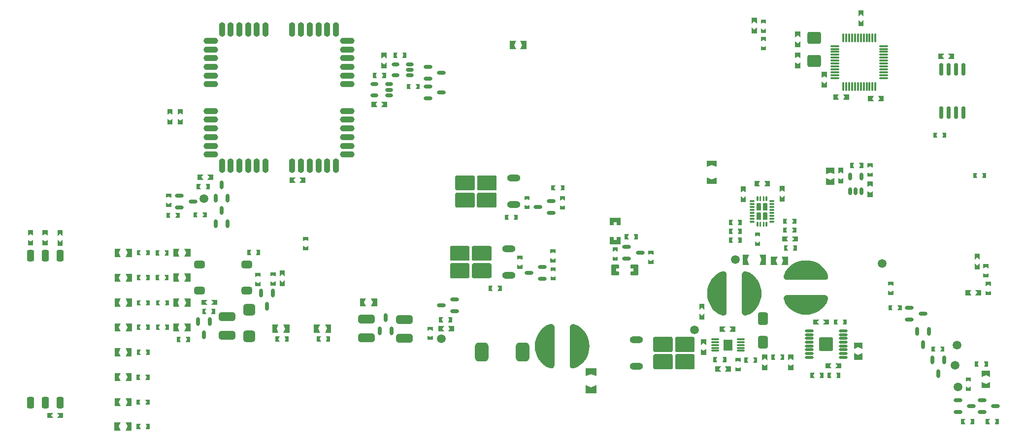
<source format=gtp>
G04*
G04 #@! TF.GenerationSoftware,Altium Limited,Altium Designer,18.1.9 (240)*
G04*
G04 Layer_Color=8421504*
%FSLAX24Y24*%
%MOIN*%
G70*
G01*
G75*
G04:AMPARAMS|DCode=24|XSize=96.5mil|YSize=90.6mil|CornerRadius=9.1mil|HoleSize=0mil|Usage=FLASHONLY|Rotation=0.000|XOffset=0mil|YOffset=0mil|HoleType=Round|Shape=RoundedRectangle|*
%AMROUNDEDRECTD24*
21,1,0.0965,0.0724,0,0,0.0*
21,1,0.0783,0.0906,0,0,0.0*
1,1,0.0181,0.0392,-0.0362*
1,1,0.0181,-0.0392,-0.0362*
1,1,0.0181,-0.0392,0.0362*
1,1,0.0181,0.0392,0.0362*
%
%ADD24ROUNDEDRECTD24*%
%ADD25O,0.0591X0.0281*%
%ADD26O,0.0906X0.0454*%
G04:AMPARAMS|DCode=27|XSize=70.9mil|YSize=51.2mil|CornerRadius=12.8mil|HoleSize=0mil|Usage=FLASHONLY|Rotation=0.000|XOffset=0mil|YOffset=0mil|HoleType=Round|Shape=RoundedRectangle|*
%AMROUNDEDRECTD27*
21,1,0.0709,0.0256,0,0,0.0*
21,1,0.0453,0.0512,0,0,0.0*
1,1,0.0256,0.0226,-0.0128*
1,1,0.0256,-0.0226,-0.0128*
1,1,0.0256,-0.0226,0.0128*
1,1,0.0256,0.0226,0.0128*
%
%ADD27ROUNDEDRECTD27*%
%ADD28C,0.0591*%
G04:AMPARAMS|DCode=29|XSize=128mil|YSize=90.6mil|CornerRadius=22.6mil|HoleSize=0mil|Usage=FLASHONLY|Rotation=90.000|XOffset=0mil|YOffset=0mil|HoleType=Round|Shape=RoundedRectangle|*
%AMROUNDEDRECTD29*
21,1,0.1280,0.0453,0,0,90.0*
21,1,0.0827,0.0906,0,0,90.0*
1,1,0.0453,0.0226,0.0413*
1,1,0.0453,0.0226,-0.0413*
1,1,0.0453,-0.0226,-0.0413*
1,1,0.0453,-0.0226,0.0413*
%
%ADD29ROUNDEDRECTD29*%
%ADD30O,0.0433X0.0984*%
%ADD31O,0.0984X0.0433*%
%ADD32O,0.0236X0.0531*%
%ADD33O,0.0118X0.0630*%
%ADD34O,0.0630X0.0118*%
%ADD35O,0.0295X0.0850*%
G04:AMPARAMS|DCode=36|XSize=90.6mil|YSize=82.7mil|CornerRadius=12.4mil|HoleSize=0mil|Usage=FLASHONLY|Rotation=0.000|XOffset=0mil|YOffset=0mil|HoleType=Round|Shape=RoundedRectangle|*
%AMROUNDEDRECTD36*
21,1,0.0906,0.0579,0,0,0.0*
21,1,0.0657,0.0827,0,0,0.0*
1,1,0.0248,0.0329,-0.0289*
1,1,0.0248,-0.0329,-0.0289*
1,1,0.0248,-0.0329,0.0289*
1,1,0.0248,0.0329,0.0289*
%
%ADD36ROUNDEDRECTD36*%
%ADD37O,0.0591X0.0177*%
%ADD38O,0.0281X0.0591*%
%ADD39O,0.0335X0.0118*%
%ADD40O,0.0118X0.0335*%
%ADD41O,0.0531X0.0236*%
G04:AMPARAMS|DCode=42|XSize=82.7mil|YSize=78.7mil|CornerRadius=19.7mil|HoleSize=0mil|Usage=FLASHONLY|Rotation=180.000|XOffset=0mil|YOffset=0mil|HoleType=Round|Shape=RoundedRectangle|*
%AMROUNDEDRECTD42*
21,1,0.0827,0.0394,0,0,180.0*
21,1,0.0433,0.0787,0,0,180.0*
1,1,0.0394,-0.0217,0.0197*
1,1,0.0394,0.0217,0.0197*
1,1,0.0394,0.0217,-0.0197*
1,1,0.0394,-0.0217,-0.0197*
%
%ADD42ROUNDEDRECTD42*%
G04:AMPARAMS|DCode=43|XSize=110.2mil|YSize=59.1mil|CornerRadius=14.8mil|HoleSize=0mil|Usage=FLASHONLY|Rotation=180.000|XOffset=0mil|YOffset=0mil|HoleType=Round|Shape=RoundedRectangle|*
%AMROUNDEDRECTD43*
21,1,0.1102,0.0295,0,0,180.0*
21,1,0.0807,0.0591,0,0,180.0*
1,1,0.0295,-0.0404,0.0148*
1,1,0.0295,0.0404,0.0148*
1,1,0.0295,0.0404,-0.0148*
1,1,0.0295,-0.0404,-0.0148*
%
%ADD43ROUNDEDRECTD43*%
G04:AMPARAMS|DCode=44|XSize=86.6mil|YSize=68.9mil|CornerRadius=17.2mil|HoleSize=0mil|Usage=FLASHONLY|Rotation=90.000|XOffset=0mil|YOffset=0mil|HoleType=Round|Shape=RoundedRectangle|*
%AMROUNDEDRECTD44*
21,1,0.0866,0.0344,0,0,90.0*
21,1,0.0522,0.0689,0,0,90.0*
1,1,0.0344,0.0172,0.0261*
1,1,0.0344,0.0172,-0.0261*
1,1,0.0344,-0.0172,-0.0261*
1,1,0.0344,-0.0172,0.0261*
%
%ADD44ROUNDEDRECTD44*%
%ADD45R,0.0610X0.0728*%
%ADD46O,0.0571X0.0118*%
G04:AMPARAMS|DCode=47|XSize=78.7mil|YSize=47.2mil|CornerRadius=11.8mil|HoleSize=0mil|Usage=FLASHONLY|Rotation=270.000|XOffset=0mil|YOffset=0mil|HoleType=Round|Shape=RoundedRectangle|*
%AMROUNDEDRECTD47*
21,1,0.0787,0.0236,0,0,270.0*
21,1,0.0551,0.0472,0,0,270.0*
1,1,0.0236,-0.0118,-0.0276*
1,1,0.0236,-0.0118,0.0276*
1,1,0.0236,0.0118,0.0276*
1,1,0.0236,0.0118,-0.0276*
%
%ADD47ROUNDEDRECTD47*%
G36*
X39026Y26053D02*
X38573D01*
X38701Y26339D01*
X38573Y26624D01*
X39026D01*
Y26053D01*
D02*
G37*
G36*
X38189Y26339D02*
X38317Y26053D01*
X37864D01*
Y26624D01*
X38317D01*
X38189Y26339D01*
D02*
G37*
G36*
X30886Y25472D02*
X30610D01*
X30689Y25650D01*
X30610Y25827D01*
X30886D01*
Y25472D01*
D02*
G37*
G36*
X30197Y25650D02*
X30276Y25472D01*
X30000D01*
Y25827D01*
X30276D01*
X30197Y25650D01*
D02*
G37*
G36*
X29547Y25433D02*
X29370Y25551D01*
X29193Y25433D01*
Y25827D01*
X29547D01*
Y25433D01*
D02*
G37*
G36*
Y24764D02*
X29193D01*
Y25157D01*
X29370Y25039D01*
X29547Y25157D01*
Y24764D01*
D02*
G37*
G36*
X29498Y24104D02*
X29222D01*
X29301Y24281D01*
X29222Y24459D01*
X29498D01*
Y24104D01*
D02*
G37*
G36*
X28809Y24281D02*
X28888Y24104D01*
X28612D01*
Y24459D01*
X28888D01*
X28809Y24281D01*
D02*
G37*
G36*
X31791Y23356D02*
X31516D01*
X31594Y23533D01*
X31516Y23711D01*
X31791D01*
Y23356D01*
D02*
G37*
G36*
X31103Y23533D02*
X31181Y23356D01*
X30906D01*
Y23711D01*
X31181D01*
X31103Y23533D01*
D02*
G37*
G36*
X29587Y22136D02*
X29193D01*
X29311Y22313D01*
X29193Y22490D01*
X29587D01*
Y22136D01*
D02*
G37*
G36*
X28799Y22313D02*
X28917Y22136D01*
X28524D01*
Y22490D01*
X28917D01*
X28799Y22313D01*
D02*
G37*
G36*
X15758Y21614D02*
X15581Y21732D01*
X15404Y21614D01*
Y22008D01*
X15758D01*
Y21614D01*
D02*
G37*
G36*
X15059D02*
X14882Y21732D01*
X14705Y21614D01*
Y22008D01*
X15059D01*
Y21614D01*
D02*
G37*
G36*
X15758Y20945D02*
X15404D01*
Y21339D01*
X15581Y21220D01*
X15758Y21339D01*
Y20945D01*
D02*
G37*
G36*
X15059D02*
X14705D01*
Y21339D01*
X14882Y21220D01*
X15059Y21339D01*
Y20945D01*
D02*
G37*
G36*
X36932Y17493D02*
X36962Y17462D01*
X36979Y17422D01*
X36979Y17401D01*
X36979Y17401D01*
X36979Y16604D01*
X36978Y16582D01*
X36961Y16542D01*
X36930Y16511D01*
X36889Y16495D01*
X36868Y16496D01*
X36868Y16496D01*
X35767Y16496D01*
X35746Y16496D01*
X35706Y16513D01*
X35675Y16545D01*
X35659Y16585D01*
X35660Y16607D01*
X35660Y17401D01*
Y17412D01*
X35664Y17432D01*
X35672Y17452D01*
X35684Y17469D01*
X35691Y17476D01*
X35691Y17476D01*
X35699Y17484D01*
X35717Y17497D01*
X35738Y17505D01*
X35760Y17509D01*
X35771Y17509D01*
X35771Y17509D01*
X36870Y17509D01*
X36892Y17509D01*
X36932Y17493D01*
D02*
G37*
G36*
X17805Y17205D02*
X17411D01*
X17530Y17382D01*
X17411Y17559D01*
X17805D01*
Y17205D01*
D02*
G37*
G36*
X17018Y17382D02*
X17136Y17205D01*
X16742D01*
Y17559D01*
X17136D01*
X17018Y17382D01*
D02*
G37*
G36*
X24035Y17008D02*
X23642D01*
X23760Y17185D01*
X23642Y17362D01*
X24035D01*
Y17008D01*
D02*
G37*
G36*
X23248Y17185D02*
X23366Y17008D01*
X22972D01*
Y17362D01*
X23366D01*
X23248Y17185D01*
D02*
G37*
G36*
X17579Y16565D02*
X17303D01*
X17382Y16742D01*
X17303Y16919D01*
X17579D01*
Y16565D01*
D02*
G37*
G36*
X16890Y16742D02*
X16968Y16565D01*
X16693D01*
Y16919D01*
X16968D01*
X16890Y16742D01*
D02*
G37*
G36*
X34294Y17509D02*
X35395D01*
X35417Y17509D01*
X35457Y17492D01*
X35487Y17460D01*
X35503Y17420D01*
X35502Y17398D01*
X35502Y17398D01*
X35502Y16604D01*
Y16593D01*
X35498Y16573D01*
X35490Y16553D01*
X35479Y16536D01*
X35471Y16528D01*
X35471Y16528D01*
X35463Y16521D01*
X35445Y16508D01*
X35424Y16500D01*
X35403Y16495D01*
X35391Y16495D01*
X35391Y16495D01*
X34292Y16495D01*
X34271Y16495D01*
X34231Y16512D01*
X34200Y16542D01*
X34183Y16582D01*
X34183Y16604D01*
X34183Y16604D01*
X34183Y17401D01*
X34184Y17423D01*
X34201Y17463D01*
X34232Y17493D01*
X34273Y17509D01*
X34294Y17509D01*
D02*
G37*
G36*
X41575Y16486D02*
X41299D01*
X41378Y16663D01*
X41299Y16840D01*
X41575D01*
Y16486D01*
D02*
G37*
G36*
X40886Y16663D02*
X40965Y16486D01*
X40689D01*
Y16840D01*
X40965D01*
X40886Y16663D01*
D02*
G37*
G36*
X14970Y15984D02*
X14793Y16063D01*
X14616Y15984D01*
Y16260D01*
X14970D01*
Y15984D01*
D02*
G37*
G36*
X39222Y15827D02*
X39045Y15905D01*
X38868Y15827D01*
Y16102D01*
X39222D01*
Y15827D01*
D02*
G37*
G36*
X41614Y15807D02*
X41437Y15886D01*
X41260Y15807D01*
Y16083D01*
X41614D01*
Y15807D01*
D02*
G37*
G36*
X14970Y15374D02*
X14616D01*
Y15650D01*
X14793Y15571D01*
X14970Y15650D01*
Y15374D01*
D02*
G37*
G36*
X39222Y15217D02*
X38868D01*
Y15492D01*
X39045Y15413D01*
X39222Y15492D01*
Y15217D01*
D02*
G37*
G36*
X41614Y15197D02*
X41260D01*
Y15473D01*
X41437Y15394D01*
X41614Y15473D01*
Y15197D01*
D02*
G37*
G36*
X35771Y16339D02*
X36871D01*
X36893Y16338D01*
X36933Y16321D01*
X36963Y16290D01*
X36979Y16249D01*
X36978Y16228D01*
X36978Y16228D01*
X36978Y15433D01*
Y15423D01*
X36974Y15402D01*
X36966Y15383D01*
X36955Y15365D01*
X36947Y15358D01*
X36947Y15358D01*
X36939Y15350D01*
X36921Y15338D01*
X36900Y15329D01*
X36879Y15325D01*
X36867Y15325D01*
X36867Y15325D01*
X35768Y15325D01*
X35747Y15325D01*
X35707Y15341D01*
X35676Y15372D01*
X35659Y15412D01*
X35659Y15433D01*
X35659Y15433D01*
X35659Y16231D01*
X35660Y16252D01*
X35677Y16292D01*
X35708Y16323D01*
X35749Y16339D01*
X35771Y16339D01*
D02*
G37*
G36*
X34294D02*
X35395D01*
X35417Y16338D01*
X35457Y16321D01*
X35487Y16290D01*
X35503Y16249D01*
X35502Y16228D01*
X35502Y16228D01*
X35502Y15433D01*
Y15423D01*
X35498Y15402D01*
X35490Y15383D01*
X35479Y15365D01*
X35471Y15358D01*
X35471Y15358D01*
X35463Y15350D01*
X35445Y15338D01*
X35424Y15329D01*
X35403Y15325D01*
X35391Y15325D01*
X35391Y15325D01*
X34292Y15325D01*
X34271Y15325D01*
X34231Y15341D01*
X34200Y15372D01*
X34183Y15412D01*
X34183Y15433D01*
X34183Y15433D01*
X34183Y16231D01*
X34184Y16252D01*
X34201Y16292D01*
X34232Y16323D01*
X34273Y16339D01*
X34294Y16339D01*
D02*
G37*
G36*
X17362Y14646D02*
X17086D01*
X17165Y14823D01*
X17086Y15000D01*
X17362D01*
Y14646D01*
D02*
G37*
G36*
X16673Y14823D02*
X16752Y14646D01*
X16476D01*
Y15000D01*
X16752D01*
X16673Y14823D01*
D02*
G37*
G36*
X15532Y14616D02*
X15256D01*
X15335Y14793D01*
X15256Y14970D01*
X15532D01*
Y14616D01*
D02*
G37*
G36*
X14843Y14793D02*
X14921Y14616D01*
X14646D01*
Y14970D01*
X14921D01*
X14843Y14793D01*
D02*
G37*
G36*
X38415Y14488D02*
X38140D01*
X38219Y14665D01*
X38140Y14843D01*
X38415D01*
Y14488D01*
D02*
G37*
G36*
X37727Y14665D02*
X37805Y14488D01*
X37530D01*
Y14843D01*
X37805D01*
X37727Y14665D01*
D02*
G37*
G36*
X6613Y13415D02*
X6436Y13533D01*
X6259Y13415D01*
Y13809D01*
X6613D01*
Y13415D01*
D02*
G37*
G36*
X5619D02*
X5442Y13533D01*
X5265Y13415D01*
Y13809D01*
X5619D01*
Y13415D01*
D02*
G37*
G36*
X7617Y13396D02*
X7440Y13514D01*
X7263Y13396D01*
Y13789D01*
X7617D01*
Y13396D01*
D02*
G37*
G36*
X24242Y13051D02*
X24065Y13130D01*
X23888Y13051D01*
Y13327D01*
X24242D01*
Y13051D01*
D02*
G37*
G36*
X6613Y12746D02*
X6259D01*
Y13140D01*
X6436Y13022D01*
X6613Y13140D01*
Y12746D01*
D02*
G37*
G36*
X5619D02*
X5265D01*
Y13140D01*
X5442Y13022D01*
X5619Y13140D01*
Y12746D01*
D02*
G37*
G36*
X7617Y12726D02*
X7263D01*
Y13120D01*
X7440Y13002D01*
X7617Y13120D01*
Y12726D01*
D02*
G37*
G36*
X36587Y12709D02*
X36618Y12679D01*
X36634Y12639D01*
X36634Y12617D01*
X36634Y12617D01*
X36634Y11820D01*
X36634Y11798D01*
X36617Y11758D01*
X36585Y11728D01*
X36545Y11712D01*
X36523Y11712D01*
X36523Y11712D01*
X35423Y11712D01*
X35401Y11713D01*
X35361Y11730D01*
X35331Y11761D01*
X35315Y11802D01*
X35315Y11823D01*
X35315Y12618D01*
Y12628D01*
X35319Y12649D01*
X35327Y12668D01*
X35339Y12686D01*
X35346Y12693D01*
X35346Y12693D01*
X35354Y12701D01*
X35373Y12713D01*
X35393Y12722D01*
X35415Y12726D01*
X35426Y12726D01*
X35426Y12726D01*
X36526Y12726D01*
X36547Y12726D01*
X36587Y12709D01*
D02*
G37*
G36*
X24242Y12441D02*
X23888D01*
Y12717D01*
X24065Y12638D01*
X24242Y12717D01*
Y12441D01*
D02*
G37*
G36*
X40974Y12214D02*
X40797Y12293D01*
X40620Y12214D01*
Y12490D01*
X40974D01*
Y12214D01*
D02*
G37*
G36*
X20984Y12106D02*
X20708D01*
X20787Y12283D01*
X20708Y12461D01*
X20984D01*
Y12106D01*
D02*
G37*
G36*
X20295Y12283D02*
X20374Y12106D01*
X20098D01*
Y12461D01*
X20374D01*
X20295Y12283D01*
D02*
G37*
G36*
X13514Y12080D02*
X13238D01*
X13317Y12257D01*
X13238Y12435D01*
X13514D01*
Y12080D01*
D02*
G37*
G36*
X12825Y12257D02*
X12904Y12080D01*
X12628D01*
Y12435D01*
X12904D01*
X12825Y12257D01*
D02*
G37*
G36*
X14793Y12070D02*
X14518D01*
X14596Y12248D01*
X14518Y12425D01*
X14793D01*
Y12070D01*
D02*
G37*
G36*
X14105Y12248D02*
X14183Y12070D01*
X13908D01*
Y12425D01*
X14183D01*
X14105Y12248D01*
D02*
G37*
G36*
X16270Y11978D02*
X15856D01*
X15984Y12254D01*
X15856Y12529D01*
X16270D01*
Y11978D01*
D02*
G37*
G36*
X15394Y12254D02*
X15522Y11978D01*
X15108D01*
Y12529D01*
X15522D01*
X15394Y12254D01*
D02*
G37*
G36*
X12295Y11972D02*
X11882D01*
X12009Y12248D01*
X11882Y12523D01*
X12295D01*
Y11972D01*
D02*
G37*
G36*
X11419Y12248D02*
X11547Y11972D01*
X11133D01*
Y12523D01*
X11547D01*
X11419Y12248D01*
D02*
G37*
G36*
X40974Y11604D02*
X40620D01*
Y11880D01*
X40797Y11801D01*
X40974Y11880D01*
Y11604D01*
D02*
G37*
G36*
X38735Y11781D02*
X38558Y11860D01*
X38381Y11781D01*
Y12057D01*
X38735D01*
Y11781D01*
D02*
G37*
G36*
X33950Y12726D02*
X35050D01*
X35072Y12725D01*
X35112Y12708D01*
X35142Y12677D01*
X35158Y12636D01*
X35158Y12615D01*
X35158Y12615D01*
X35158Y11820D01*
Y11810D01*
X35154Y11789D01*
X35146Y11770D01*
X35134Y11752D01*
X35127Y11745D01*
X35127Y11745D01*
X35119Y11737D01*
X35100Y11725D01*
X35080Y11716D01*
X35058Y11712D01*
X35047Y11712D01*
X35047Y11712D01*
X33948Y11712D01*
X33926Y11712D01*
X33886Y11728D01*
X33856Y11759D01*
X33839Y11799D01*
X33839Y11821D01*
X33839Y11821D01*
X33839Y12618D01*
X33839Y12640D01*
X33857Y12680D01*
X33888Y12710D01*
X33928Y12726D01*
X33950Y12726D01*
D02*
G37*
G36*
X38735Y11171D02*
X38381D01*
Y11447D01*
X38558Y11368D01*
X38735Y11447D01*
Y11171D01*
D02*
G37*
G36*
X40984Y10994D02*
X40807Y11073D01*
X40630Y10994D01*
Y11270D01*
X40984D01*
Y10994D01*
D02*
G37*
G36*
X22649Y10669D02*
X22472Y10787D01*
X22294Y10669D01*
Y11063D01*
X22649D01*
Y10669D01*
D02*
G37*
G36*
X22029Y10650D02*
X21851Y10728D01*
X21674Y10650D01*
Y10925D01*
X22029D01*
Y10650D01*
D02*
G37*
G36*
X21014Y10620D02*
X20837Y10699D01*
X20659Y10620D01*
Y10896D01*
X21014D01*
Y10620D01*
D02*
G37*
G36*
X40984Y10384D02*
X40630D01*
Y10660D01*
X40807Y10581D01*
X40984Y10660D01*
Y10384D01*
D02*
G37*
G36*
X35426Y11555D02*
X36526D01*
X36548Y11555D01*
X36588Y11537D01*
X36618Y11506D01*
X36634Y11466D01*
X36634Y11444D01*
X36634Y11444D01*
X36634Y10649D01*
Y10639D01*
X36630Y10619D01*
X36622Y10599D01*
X36610Y10582D01*
X36603Y10574D01*
X36603Y10574D01*
X36595Y10567D01*
X36576Y10554D01*
X36556Y10546D01*
X36534Y10541D01*
X36523Y10541D01*
X36523Y10541D01*
X35424Y10541D01*
X35402Y10541D01*
X35362Y10558D01*
X35332Y10588D01*
X35315Y10628D01*
X35315Y10650D01*
X35315Y10650D01*
X35315Y11447D01*
X35315Y11469D01*
X35333Y11509D01*
X35364Y11539D01*
X35404Y11555D01*
X35426Y11555D01*
D02*
G37*
G36*
X33950D02*
X35050D01*
X35072Y11555D01*
X35112Y11537D01*
X35142Y11506D01*
X35158Y11466D01*
X35158Y11444D01*
X35158Y11444D01*
X35158Y10649D01*
Y10639D01*
X35154Y10619D01*
X35146Y10599D01*
X35134Y10582D01*
X35127Y10574D01*
X35127Y10574D01*
X35119Y10567D01*
X35100Y10554D01*
X35080Y10546D01*
X35058Y10541D01*
X35047Y10541D01*
X35047Y10541D01*
X33948Y10541D01*
X33926Y10541D01*
X33886Y10558D01*
X33856Y10588D01*
X33839Y10628D01*
X33839Y10650D01*
X33839Y10650D01*
X33839Y11447D01*
X33839Y11469D01*
X33857Y11509D01*
X33888Y11539D01*
X33928Y11555D01*
X33950Y11555D01*
D02*
G37*
G36*
X14793Y10395D02*
X14518D01*
X14596Y10572D01*
X14518Y10749D01*
X14793D01*
Y10395D01*
D02*
G37*
G36*
X14105Y10572D02*
X14183Y10395D01*
X13908D01*
Y10749D01*
X14183D01*
X14105Y10572D01*
D02*
G37*
G36*
X13514Y10395D02*
X13238D01*
X13317Y10572D01*
X13238Y10749D01*
X13514D01*
Y10395D01*
D02*
G37*
G36*
X12825Y10572D02*
X12904Y10395D01*
X12628D01*
Y10749D01*
X12904D01*
X12825Y10572D01*
D02*
G37*
G36*
X16270Y10295D02*
X15856D01*
X15984Y10571D01*
X15856Y10846D01*
X16270D01*
Y10295D01*
D02*
G37*
G36*
X15394Y10571D02*
X15522Y10295D01*
X15108D01*
Y10846D01*
X15522D01*
X15394Y10571D01*
D02*
G37*
G36*
X12295Y10287D02*
X11882D01*
X12009Y10562D01*
X11882Y10838D01*
X12295D01*
Y10287D01*
D02*
G37*
G36*
X11419Y10562D02*
X11547Y10287D01*
X11133D01*
Y10838D01*
X11547D01*
X11419Y10562D01*
D02*
G37*
G36*
X22649Y10000D02*
X22294D01*
Y10394D01*
X22472Y10276D01*
X22649Y10394D01*
Y10000D01*
D02*
G37*
G36*
X22029Y10040D02*
X21674D01*
Y10315D01*
X21851Y10236D01*
X22029Y10315D01*
Y10040D01*
D02*
G37*
G36*
X21014Y10010D02*
X20659D01*
Y10286D01*
X20837Y10207D01*
X21014Y10286D01*
Y10010D01*
D02*
G37*
G36*
X37332Y9675D02*
X37057D01*
X37136Y9852D01*
X37057Y10030D01*
X37332D01*
Y9675D01*
D02*
G37*
G36*
X36644Y9852D02*
X36722Y9675D01*
X36447D01*
Y10030D01*
X36722D01*
X36644Y9852D01*
D02*
G37*
G36*
X18071Y8720D02*
X17677D01*
X17795Y8898D01*
X17677Y9075D01*
X18071D01*
Y8720D01*
D02*
G37*
G36*
X17283Y8898D02*
X17402Y8720D01*
X17008D01*
Y9075D01*
X17402D01*
X17283Y8898D01*
D02*
G37*
G36*
X14813Y8690D02*
X14537D01*
X14616Y8867D01*
X14537Y9044D01*
X14813D01*
Y8690D01*
D02*
G37*
G36*
X14124Y8867D02*
X14203Y8690D01*
X13927D01*
Y9044D01*
X14203D01*
X14124Y8867D01*
D02*
G37*
G36*
X13514Y8690D02*
X13238D01*
X13317Y8867D01*
X13238Y9044D01*
X13514D01*
Y8690D01*
D02*
G37*
G36*
X12825Y8867D02*
X12904Y8690D01*
X12628D01*
Y9044D01*
X12904D01*
X12825Y8867D01*
D02*
G37*
G36*
X28894Y8612D02*
X28481D01*
X28609Y8888D01*
X28481Y9163D01*
X28894D01*
Y8612D01*
D02*
G37*
G36*
X28019Y8888D02*
X28146Y8612D01*
X27733D01*
Y9163D01*
X28146D01*
X28019Y8888D01*
D02*
G37*
G36*
X16270Y8602D02*
X15856D01*
X15984Y8877D01*
X15856Y9153D01*
X16270D01*
Y8602D01*
D02*
G37*
G36*
X15394Y8877D02*
X15522Y8602D01*
X15108D01*
Y9153D01*
X15522D01*
X15394Y8877D01*
D02*
G37*
G36*
X12294Y8601D02*
X11881D01*
X12009Y8877D01*
X11881Y9152D01*
X12294D01*
Y8601D01*
D02*
G37*
G36*
X11418Y8877D02*
X11546Y8601D01*
X11133D01*
Y9152D01*
X11546D01*
X11418Y8877D01*
D02*
G37*
G36*
X17947Y8110D02*
X17672D01*
X17750Y8287D01*
X17672Y8465D01*
X17947D01*
Y8110D01*
D02*
G37*
G36*
X17258Y8287D02*
X17337Y8110D01*
X17062D01*
Y8465D01*
X17337D01*
X17258Y8287D01*
D02*
G37*
G36*
X33972Y7539D02*
X33696D01*
X33775Y7717D01*
X33696Y7894D01*
X33972D01*
Y7539D01*
D02*
G37*
G36*
X33283Y7717D02*
X33362Y7539D01*
X33086D01*
Y7894D01*
X33362D01*
X33283Y7717D01*
D02*
G37*
G36*
X14813Y7024D02*
X14537D01*
X14616Y7202D01*
X14537Y7379D01*
X14813D01*
Y7024D01*
D02*
G37*
G36*
X14124Y7202D02*
X14203Y7024D01*
X13927D01*
Y7379D01*
X14203D01*
X14124Y7202D01*
D02*
G37*
G36*
X13514Y7024D02*
X13238D01*
X13317Y7202D01*
X13238Y7379D01*
X13514D01*
Y7024D01*
D02*
G37*
G36*
X12825Y7202D02*
X12904Y7024D01*
X12628D01*
Y7379D01*
X12904D01*
X12825Y7202D01*
D02*
G37*
G36*
X32662Y6968D02*
X32485Y7047D01*
X32308Y6968D01*
Y7244D01*
X32662D01*
Y6968D01*
D02*
G37*
G36*
X34099Y6929D02*
X33706D01*
X33824Y7106D01*
X33706Y7283D01*
X34099D01*
Y6929D01*
D02*
G37*
G36*
X33312Y7106D02*
X33430Y6929D01*
X33036D01*
Y7283D01*
X33430D01*
X33312Y7106D01*
D02*
G37*
G36*
X16270Y6916D02*
X15856D01*
X15984Y7192D01*
X15856Y7467D01*
X16270D01*
Y6916D01*
D02*
G37*
G36*
X15394Y7192D02*
X15522Y6916D01*
X15108D01*
Y7467D01*
X15522D01*
X15394Y7192D01*
D02*
G37*
G36*
X12294Y6916D02*
X11881D01*
X12009Y7192D01*
X11881Y7467D01*
X12294D01*
Y6916D01*
D02*
G37*
G36*
X11418Y7192D02*
X11546Y6916D01*
X11133D01*
Y7467D01*
X11546D01*
X11418Y7192D01*
D02*
G37*
G36*
X25787Y6841D02*
X25374D01*
X25502Y7116D01*
X25374Y7392D01*
X25787D01*
Y6841D01*
D02*
G37*
G36*
X24911Y7116D02*
X25039Y6841D01*
X24626D01*
Y7392D01*
X25039D01*
X24911Y7116D01*
D02*
G37*
G36*
X22972Y6831D02*
X22559D01*
X22687Y7106D01*
X22559Y7382D01*
X22972D01*
Y6831D01*
D02*
G37*
G36*
X22096Y7106D02*
X22224Y6831D01*
X21811D01*
Y7382D01*
X22224D01*
X22096Y7106D01*
D02*
G37*
G36*
X32662Y6358D02*
X32308D01*
Y6634D01*
X32485Y6555D01*
X32662Y6634D01*
Y6358D01*
D02*
G37*
G36*
X25709Y6240D02*
X25433D01*
X25512Y6417D01*
X25433Y6594D01*
X25709D01*
Y6240D01*
D02*
G37*
G36*
X25020Y6417D02*
X25099Y6240D01*
X24823D01*
Y6594D01*
X25099D01*
X25020Y6417D01*
D02*
G37*
G36*
X22904Y6230D02*
X22628D01*
X22707Y6407D01*
X22628Y6585D01*
X22904D01*
Y6230D01*
D02*
G37*
G36*
X22215Y6407D02*
X22294Y6230D01*
X22018D01*
Y6585D01*
X22294D01*
X22215Y6407D01*
D02*
G37*
G36*
X16230Y6211D02*
X15954D01*
X16033Y6388D01*
X15954Y6565D01*
X16230D01*
Y6211D01*
D02*
G37*
G36*
X15541Y6388D02*
X15620Y6211D01*
X15344D01*
Y6565D01*
X15620D01*
X15541Y6388D01*
D02*
G37*
G36*
X13514Y5329D02*
X13238D01*
X13317Y5506D01*
X13238Y5683D01*
X13514D01*
Y5329D01*
D02*
G37*
G36*
X12825Y5506D02*
X12904Y5329D01*
X12628D01*
Y5683D01*
X12904D01*
X12825Y5506D01*
D02*
G37*
G36*
X12293Y5231D02*
X11880D01*
X12008Y5506D01*
X11880Y5782D01*
X12293D01*
Y5231D01*
D02*
G37*
G36*
X11417Y5506D02*
X11545Y5231D01*
X11132D01*
Y5782D01*
X11545D01*
X11417Y5506D01*
D02*
G37*
G36*
X40783Y7410D02*
X40842Y7366D01*
X40881Y7304D01*
X40895Y7232D01*
Y4626D01*
X40881Y4552D01*
X40840Y4488D01*
X40780Y4443D01*
X40706Y4424D01*
X40631Y4433D01*
X40502Y4473D01*
X40351Y4534D01*
X40211Y4617D01*
X40086Y4721D01*
X40082Y4725D01*
X39933Y4891D01*
X39807Y5075D01*
X39707Y5274D01*
X39634Y5485D01*
X39590Y5703D01*
X39575Y5925D01*
X39590Y6148D01*
X39634Y6366D01*
X39707Y6576D01*
X39807Y6775D01*
X39933Y6959D01*
X40082Y7125D01*
X40084Y7127D01*
X40211Y7233D01*
X40352Y7317D01*
X40505Y7378D01*
X40639Y7420D01*
X40712Y7429D01*
X40783Y7410D01*
D02*
G37*
G36*
X42203Y7418D02*
X42333Y7377D01*
X42484Y7317D01*
X42623Y7233D01*
X42748Y7129D01*
X42753Y7125D01*
X42902Y6959D01*
X43028Y6775D01*
X43128Y6576D01*
X43201Y6366D01*
X43245Y6148D01*
X43260Y5925D01*
X43245Y5703D01*
X43201Y5485D01*
X43128Y5274D01*
X43028Y5075D01*
X42902Y4891D01*
X42753Y4725D01*
X42751Y4723D01*
X42624Y4618D01*
X42483Y4534D01*
X42330Y4472D01*
X42196Y4430D01*
X42123Y4422D01*
X42052Y4441D01*
X41993Y4484D01*
X41953Y4546D01*
X41940Y4618D01*
Y7224D01*
X41954Y7298D01*
X41994Y7362D01*
X42055Y7407D01*
X42128Y7426D01*
X42203Y7418D01*
D02*
G37*
G36*
X43730Y3878D02*
X43376Y4035D01*
X43022Y3878D01*
Y4429D01*
X43730D01*
Y3878D01*
D02*
G37*
G36*
X13494Y3644D02*
X13218D01*
X13297Y3821D01*
X13218Y3998D01*
X13494D01*
Y3644D01*
D02*
G37*
G36*
X12805Y3821D02*
X12884Y3644D01*
X12608D01*
Y3998D01*
X12884D01*
X12805Y3821D01*
D02*
G37*
G36*
X12293Y3546D02*
X11880D01*
X12008Y3821D01*
X11880Y4097D01*
X12293D01*
Y3546D01*
D02*
G37*
G36*
X11417Y3821D02*
X11545Y3546D01*
X11132D01*
Y4097D01*
X11545D01*
X11417Y3821D01*
D02*
G37*
G36*
X43730Y2736D02*
X43022D01*
Y3287D01*
X43376Y3130D01*
X43730Y3287D01*
Y2736D01*
D02*
G37*
G36*
X13494Y1949D02*
X13218D01*
X13297Y2126D01*
X13218Y2303D01*
X13494D01*
Y1949D01*
D02*
G37*
G36*
X12805Y2126D02*
X12884Y1949D01*
X12608D01*
Y2303D01*
X12884D01*
X12805Y2126D01*
D02*
G37*
G36*
X12293Y1850D02*
X11880D01*
X12008Y2126D01*
X11880Y2402D01*
X12293D01*
Y1850D01*
D02*
G37*
G36*
X11417Y2126D02*
X11545Y1850D01*
X11132D01*
Y2402D01*
X11545D01*
X11417Y2126D01*
D02*
G37*
G36*
X7637Y1053D02*
X7243D01*
X7361Y1230D01*
X7243Y1407D01*
X7637D01*
Y1053D01*
D02*
G37*
G36*
X6849Y1230D02*
X6967Y1053D01*
X6574D01*
Y1407D01*
X6967D01*
X6849Y1230D01*
D02*
G37*
G36*
X13504Y305D02*
X13228D01*
X13307Y482D01*
X13228Y659D01*
X13504D01*
Y305D01*
D02*
G37*
G36*
X12815Y482D02*
X12894Y305D01*
X12618D01*
Y659D01*
X12894D01*
X12815Y482D01*
D02*
G37*
G36*
X12283Y207D02*
X11870D01*
X11998Y482D01*
X11870Y758D01*
X12283D01*
Y207D01*
D02*
G37*
G36*
X11407Y482D02*
X11535Y207D01*
X11122D01*
Y758D01*
X11535D01*
X11407Y482D01*
D02*
G37*
G36*
X61821Y28297D02*
X61644Y28415D01*
X61467Y28297D01*
Y28691D01*
X61821D01*
Y28297D01*
D02*
G37*
G36*
Y27628D02*
X61467D01*
Y28022D01*
X61644Y27903D01*
X61821Y28022D01*
Y27628D01*
D02*
G37*
G36*
X54596Y27795D02*
X54419Y27913D01*
X54242Y27795D01*
Y28189D01*
X54596D01*
Y27795D01*
D02*
G37*
G36*
X55226Y27787D02*
X55049Y27866D01*
X54872Y27787D01*
Y28063D01*
X55226D01*
Y27787D01*
D02*
G37*
G36*
X54596Y27126D02*
X54242D01*
Y27519D01*
X54419Y27401D01*
X54596Y27519D01*
Y27126D01*
D02*
G37*
G36*
X55226Y27177D02*
X54872D01*
Y27453D01*
X55049Y27374D01*
X55226Y27453D01*
Y27177D01*
D02*
G37*
G36*
X57540Y26863D02*
X57363Y26981D01*
X57186Y26863D01*
Y27256D01*
X57540D01*
Y26863D01*
D02*
G37*
G36*
X55226Y26606D02*
X55049Y26685D01*
X54872Y26606D01*
Y26882D01*
X55226D01*
Y26606D01*
D02*
G37*
G36*
X57540Y26193D02*
X57186D01*
Y26587D01*
X57363Y26469D01*
X57540Y26587D01*
Y26193D01*
D02*
G37*
G36*
X55226Y25996D02*
X54872D01*
Y26272D01*
X55049Y26193D01*
X55226Y26272D01*
Y25996D01*
D02*
G37*
G36*
X57539Y25445D02*
X57362Y25563D01*
X57185Y25445D01*
Y25839D01*
X57539D01*
Y25445D01*
D02*
G37*
G36*
X67935Y25404D02*
X67542D01*
X67660Y25581D01*
X67542Y25758D01*
X67935D01*
Y25404D01*
D02*
G37*
G36*
X67148Y25581D02*
X67266Y25404D01*
X66872D01*
Y25758D01*
X67266D01*
X67148Y25581D01*
D02*
G37*
G36*
X57539Y24776D02*
X57185D01*
Y25170D01*
X57362Y25052D01*
X57539Y25170D01*
Y24776D01*
D02*
G37*
G36*
X59341Y24126D02*
X59163Y24244D01*
X58986Y24126D01*
Y24520D01*
X59341D01*
Y24126D01*
D02*
G37*
G36*
Y23457D02*
X58986D01*
Y23851D01*
X59163Y23733D01*
X59341Y23851D01*
Y23457D01*
D02*
G37*
G36*
X60827Y22640D02*
X60433D01*
X60551Y22817D01*
X60433Y22994D01*
X60827D01*
Y22640D01*
D02*
G37*
G36*
X60039Y22817D02*
X60157Y22640D01*
X59764D01*
Y22994D01*
X60157D01*
X60039Y22817D01*
D02*
G37*
G36*
X63189Y22532D02*
X62795D01*
X62913Y22709D01*
X62795Y22886D01*
X63189D01*
Y22532D01*
D02*
G37*
G36*
X62402Y22709D02*
X62520Y22532D01*
X62126D01*
Y22886D01*
X62520D01*
X62402Y22709D01*
D02*
G37*
G36*
X67421Y20049D02*
X67145D01*
X67224Y20226D01*
X67145Y20404D01*
X67421D01*
Y20049D01*
D02*
G37*
G36*
X66732Y20226D02*
X66811Y20049D01*
X66535D01*
Y20404D01*
X66811D01*
X66732Y20226D01*
D02*
G37*
G36*
X51890Y18081D02*
X51545Y18199D01*
X51201Y18081D01*
Y18494D01*
X51890D01*
Y18081D01*
D02*
G37*
G36*
X62441Y18041D02*
X62264Y18120D01*
X62087Y18041D01*
Y18317D01*
X62441D01*
Y18041D01*
D02*
G37*
G36*
X61801Y18002D02*
X61526D01*
X61604Y18179D01*
X61526Y18356D01*
X61801D01*
Y18002D01*
D02*
G37*
G36*
X61112Y18179D02*
X61191Y18002D01*
X60916D01*
Y18356D01*
X61191D01*
X61112Y18179D01*
D02*
G37*
G36*
X62441Y17431D02*
X62087D01*
Y17707D01*
X62264Y17628D01*
X62441Y17707D01*
Y17431D01*
D02*
G37*
G36*
X60453Y17618D02*
X60276Y17736D01*
X60098Y17618D01*
Y18012D01*
X60453D01*
Y17618D01*
D02*
G37*
G36*
X59852Y17579D02*
X59567Y17707D01*
X59282Y17579D01*
Y18032D01*
X59852D01*
Y17579D01*
D02*
G37*
G36*
X70118Y17323D02*
X69842D01*
X69921Y17500D01*
X69842Y17677D01*
X70118D01*
Y17323D01*
D02*
G37*
G36*
X69429Y17500D02*
X69508Y17323D01*
X69232D01*
Y17677D01*
X69508D01*
X69429Y17500D01*
D02*
G37*
G36*
X51890Y16939D02*
X51201D01*
Y17352D01*
X51545Y17234D01*
X51890Y17352D01*
Y16939D01*
D02*
G37*
G36*
X60453Y16949D02*
X60098D01*
Y17343D01*
X60276Y17224D01*
X60453Y17343D01*
Y16949D01*
D02*
G37*
G36*
X59852Y16870D02*
X59282D01*
Y17323D01*
X59567Y17195D01*
X59852Y17323D01*
Y16870D01*
D02*
G37*
G36*
X55492Y16762D02*
X55098D01*
X55217Y16939D01*
X55098Y17116D01*
X55492D01*
Y16762D01*
D02*
G37*
G36*
X54705Y16939D02*
X54823Y16762D01*
X54429D01*
Y17116D01*
X54823D01*
X54705Y16939D01*
D02*
G37*
G36*
X62441Y16713D02*
X62264Y16831D01*
X62087Y16713D01*
Y17106D01*
X62441D01*
Y16713D01*
D02*
G37*
G36*
X56485Y16388D02*
X56308Y16506D01*
X56131Y16388D01*
Y16781D01*
X56485D01*
Y16388D01*
D02*
G37*
G36*
X53858Y16358D02*
X53681Y16476D01*
X53504Y16358D01*
Y16752D01*
X53858D01*
Y16358D01*
D02*
G37*
G36*
X62441Y16043D02*
X62087D01*
Y16437D01*
X62264Y16319D01*
X62441Y16437D01*
Y16043D01*
D02*
G37*
G36*
X56485Y15718D02*
X56131D01*
Y16112D01*
X56308Y15994D01*
X56485Y16112D01*
Y15718D01*
D02*
G37*
G36*
X53858Y15689D02*
X53504D01*
Y16083D01*
X53681Y15965D01*
X53858Y16083D01*
Y15689D01*
D02*
G37*
G36*
X55087Y16081D02*
X55102Y16043D01*
Y15807D01*
X55087Y15769D01*
X55049Y15754D01*
X55012Y15769D01*
X54996Y15807D01*
Y16043D01*
X55012Y16081D01*
X55049Y16097D01*
X55087Y16081D01*
D02*
G37*
G36*
X54870D02*
X54886Y16043D01*
Y15807D01*
X54870Y15769D01*
X54833Y15754D01*
X54795Y15769D01*
X54779Y15807D01*
Y16043D01*
X54795Y16081D01*
X54833Y16097D01*
X54870Y16081D01*
D02*
G37*
G36*
X55285Y15620D02*
X55307Y15598D01*
X55315Y15569D01*
Y15175D01*
X55307Y15146D01*
X55285Y15124D01*
X55256Y15116D01*
X55059D01*
X55030Y15124D01*
X55008Y15146D01*
X55000Y15175D01*
Y15569D01*
X55008Y15598D01*
X55030Y15620D01*
X55059Y15628D01*
X55256D01*
X55285Y15620D01*
D02*
G37*
G36*
X54852D02*
X54874Y15598D01*
X54882Y15569D01*
Y15175D01*
X54874Y15146D01*
X54852Y15124D01*
X54823Y15116D01*
X54626D01*
X54596Y15124D01*
X54575Y15146D01*
X54567Y15175D01*
Y15569D01*
X54575Y15598D01*
X54596Y15620D01*
X54626Y15628D01*
X54823D01*
X54852Y15620D01*
D02*
G37*
G36*
X55285Y14990D02*
X55307Y14969D01*
X55315Y14939D01*
Y14545D01*
X55307Y14516D01*
X55285Y14494D01*
X55256Y14486D01*
X55059D01*
X55030Y14494D01*
X55008Y14516D01*
X55000Y14545D01*
Y14939D01*
X55008Y14969D01*
X55030Y14990D01*
X55059Y14998D01*
X55256D01*
X55285Y14990D01*
D02*
G37*
G36*
X54852D02*
X54874Y14969D01*
X54882Y14939D01*
Y14545D01*
X54874Y14516D01*
X54852Y14494D01*
X54823Y14486D01*
X54626D01*
X54596Y14494D01*
X54575Y14516D01*
X54567Y14545D01*
Y14939D01*
X54575Y14969D01*
X54596Y14990D01*
X54626Y14998D01*
X54823D01*
X54852Y14990D01*
D02*
G37*
G36*
X57264Y14222D02*
X56988D01*
X57067Y14400D01*
X56988Y14577D01*
X57264D01*
Y14222D01*
D02*
G37*
G36*
X56575Y14400D02*
X56654Y14222D01*
X56378D01*
Y14577D01*
X56654D01*
X56575Y14400D01*
D02*
G37*
G36*
X45361Y14628D02*
X45370Y14607D01*
Y14154D01*
X45361Y14133D01*
X45340Y14124D01*
X45137D01*
X45117Y14133D01*
X45108Y14154D01*
Y14292D01*
X45099Y14313D01*
X45078Y14321D01*
X44941D01*
X44920Y14313D01*
X44911Y14292D01*
Y14154D01*
X44902Y14133D01*
X44882Y14124D01*
X44679D01*
X44658Y14133D01*
X44649Y14154D01*
Y14607D01*
X44658Y14628D01*
X44679Y14636D01*
X45340D01*
X45361Y14628D01*
D02*
G37*
G36*
X53583Y14124D02*
X53307D01*
X53386Y14301D01*
X53307Y14478D01*
X53583D01*
Y14124D01*
D02*
G37*
G36*
X52894Y14301D02*
X52973Y14124D01*
X52697D01*
Y14478D01*
X52973D01*
X52894Y14301D01*
D02*
G37*
G36*
X55087Y14349D02*
X55102Y14311D01*
Y14075D01*
X55087Y14037D01*
X55049Y14022D01*
X55012Y14037D01*
X54996Y14075D01*
Y14311D01*
X55012Y14349D01*
X55049Y14364D01*
X55087Y14349D01*
D02*
G37*
G36*
X54870D02*
X54886Y14311D01*
Y14075D01*
X54870Y14037D01*
X54833Y14022D01*
X54795Y14037D01*
X54779Y14075D01*
Y14311D01*
X54795Y14349D01*
X54833Y14364D01*
X54870Y14349D01*
D02*
G37*
G36*
X57264Y13622D02*
X56988D01*
X57067Y13799D01*
X56988Y13976D01*
X57264D01*
Y13622D01*
D02*
G37*
G36*
X56575Y13799D02*
X56654Y13622D01*
X56378D01*
Y13976D01*
X56654D01*
X56575Y13799D01*
D02*
G37*
G36*
X53583Y13524D02*
X53307D01*
X53386Y13701D01*
X53307Y13878D01*
X53583D01*
Y13524D01*
D02*
G37*
G36*
X52894Y13701D02*
X52973Y13524D01*
X52697D01*
Y13878D01*
X52973D01*
X52894Y13701D01*
D02*
G37*
G36*
X54823Y13346D02*
X54646Y13425D01*
X54468Y13346D01*
Y13622D01*
X54823D01*
Y13346D01*
D02*
G37*
G36*
X46545Y13159D02*
X46269D01*
X46348Y13337D01*
X46269Y13514D01*
X46545D01*
Y13159D01*
D02*
G37*
G36*
X45856Y13337D02*
X45935Y13159D01*
X45659D01*
Y13514D01*
X45935D01*
X45856Y13337D01*
D02*
G37*
G36*
X45361Y13328D02*
X45370Y13307D01*
Y12854D01*
X45361Y12833D01*
X45340Y12824D01*
X44679D01*
X44658Y12833D01*
X44649Y12854D01*
Y13307D01*
X44658Y13328D01*
X44679Y13336D01*
X44882D01*
X44902Y13328D01*
X44911Y13307D01*
Y13169D01*
X44920Y13148D01*
X44941Y13139D01*
X45078D01*
X45099Y13148D01*
X45108Y13169D01*
Y13307D01*
X45117Y13328D01*
X45137Y13336D01*
X45340D01*
X45361Y13328D01*
D02*
G37*
G36*
X57382Y13022D02*
X56988D01*
X57106Y13199D01*
X56988Y13376D01*
X57382D01*
Y13022D01*
D02*
G37*
G36*
X56594Y13199D02*
X56713Y13022D01*
X56319D01*
Y13376D01*
X56713D01*
X56594Y13199D01*
D02*
G37*
G36*
X54823Y12736D02*
X54468D01*
Y13012D01*
X54646Y12933D01*
X54823Y13012D01*
Y12736D01*
D02*
G37*
G36*
X53583Y12923D02*
X53307D01*
X53386Y13100D01*
X53307Y13278D01*
X53583D01*
Y12923D01*
D02*
G37*
G36*
X52894Y13100D02*
X52973Y12923D01*
X52697D01*
Y13278D01*
X52973D01*
X52894Y13100D01*
D02*
G37*
G36*
X57313Y12403D02*
X57037D01*
X57116Y12580D01*
X57037Y12757D01*
X57313D01*
Y12403D01*
D02*
G37*
G36*
X56624Y12580D02*
X56703Y12403D01*
X56427D01*
Y12757D01*
X56703D01*
X56624Y12580D01*
D02*
G37*
G36*
X45187Y12343D02*
X45010Y12421D01*
X44833Y12343D01*
Y12618D01*
X45187D01*
Y12343D01*
D02*
G37*
G36*
X47598Y12116D02*
X47421Y12195D01*
X47244Y12116D01*
Y12392D01*
X47598D01*
Y12116D01*
D02*
G37*
G36*
X45187Y11733D02*
X44833D01*
Y12008D01*
X45010Y11929D01*
X45187Y12008D01*
Y11733D01*
D02*
G37*
G36*
X69685Y11801D02*
X69508Y11919D01*
X69331Y11801D01*
Y12195D01*
X69685D01*
Y11801D01*
D02*
G37*
G36*
X47598Y11506D02*
X47244D01*
Y11782D01*
X47421Y11703D01*
X47598Y11782D01*
Y11506D01*
D02*
G37*
G36*
X56713Y11437D02*
X56260D01*
X56388Y11722D01*
X56260Y12008D01*
X56713D01*
Y11437D01*
D02*
G37*
G36*
X55876Y11722D02*
X56004Y11437D01*
X55551D01*
Y12008D01*
X56004D01*
X55876Y11722D01*
D02*
G37*
G36*
X55207Y11437D02*
X54793D01*
X54911Y11782D01*
X54793Y12126D01*
X55207D01*
Y11437D01*
D02*
G37*
G36*
X53947Y11782D02*
X54065Y11437D01*
X53652D01*
Y12126D01*
X54065D01*
X53947Y11782D01*
D02*
G37*
G36*
X69685Y11132D02*
X69331D01*
Y11526D01*
X69508Y11407D01*
X69685Y11526D01*
Y11132D01*
D02*
G37*
G36*
X70276Y11210D02*
X70098Y11289D01*
X69921Y11210D01*
Y11486D01*
X70276D01*
Y11210D01*
D02*
G37*
G36*
Y10600D02*
X69921D01*
Y10876D01*
X70098Y10797D01*
X70276Y10876D01*
Y10600D01*
D02*
G37*
G36*
X46557Y11455D02*
X46565Y11434D01*
Y10773D01*
X46557Y10752D01*
X46536Y10743D01*
X46083D01*
X46062Y10752D01*
X46054Y10773D01*
Y10976D01*
X46062Y10996D01*
X46083Y11005D01*
X46221D01*
X46242Y11014D01*
X46250Y11035D01*
Y11172D01*
X46242Y11193D01*
X46221Y11202D01*
X46083D01*
X46062Y11211D01*
X46054Y11231D01*
Y11434D01*
X46062Y11455D01*
X46083Y11464D01*
X46536D01*
X46557Y11455D01*
D02*
G37*
G36*
X45257D02*
X45265Y11434D01*
Y11231D01*
X45257Y11211D01*
X45236Y11202D01*
X45098D01*
X45077Y11193D01*
X45068Y11172D01*
Y11035D01*
X45077Y11014D01*
X45098Y11005D01*
X45236D01*
X45257Y10996D01*
X45265Y10976D01*
Y10773D01*
X45257Y10752D01*
X45236Y10743D01*
X44783D01*
X44762Y10752D01*
X44754Y10773D01*
Y11434D01*
X44762Y11455D01*
X44783Y11464D01*
X45236D01*
X45257Y11455D01*
D02*
G37*
G36*
X58136Y11729D02*
X58354Y11685D01*
X58565Y11612D01*
X58764Y11512D01*
X58948Y11386D01*
X59113Y11237D01*
X59115Y11235D01*
X59221Y11108D01*
X59305Y10967D01*
X59366Y10814D01*
X59408Y10680D01*
X59417Y10607D01*
X59398Y10536D01*
X59354Y10477D01*
X59292Y10438D01*
X59220Y10424D01*
X56614D01*
X56540Y10438D01*
X56476Y10478D01*
X56431Y10539D01*
X56412Y10612D01*
X56421Y10688D01*
X56461Y10817D01*
X56522Y10968D01*
X56605Y11108D01*
X56709Y11233D01*
X56714Y11237D01*
X56879Y11386D01*
X57063Y11512D01*
X57262Y11612D01*
X57473Y11685D01*
X57691Y11729D01*
X57913Y11744D01*
X58136Y11729D01*
D02*
G37*
G36*
X63829Y10019D02*
X63652Y10098D01*
X63474Y10019D01*
Y10295D01*
X63829D01*
Y10019D01*
D02*
G37*
G36*
X70443Y10010D02*
X70266Y10089D01*
X70089Y10010D01*
Y10285D01*
X70443D01*
Y10010D01*
D02*
G37*
G36*
X63829Y9409D02*
X63474D01*
Y9685D01*
X63652Y9606D01*
X63829Y9685D01*
Y9409D01*
D02*
G37*
G36*
X70443Y9400D02*
X70089D01*
Y9675D01*
X70266Y9597D01*
X70443Y9675D01*
Y9400D01*
D02*
G37*
G36*
X69783Y9370D02*
X69390D01*
X69508Y9547D01*
X69390Y9724D01*
X69783D01*
Y9370D01*
D02*
G37*
G36*
X68996Y9547D02*
X69114Y9370D01*
X68720D01*
Y9724D01*
X69114D01*
X68996Y9547D01*
D02*
G37*
G36*
X51058Y8396D02*
X50881Y8514D01*
X50704Y8396D01*
Y8789D01*
X51058D01*
Y8396D01*
D02*
G37*
G36*
X64400Y8356D02*
X64124D01*
X64203Y8533D01*
X64124Y8711D01*
X64400D01*
Y8356D01*
D02*
G37*
G36*
X63711Y8533D02*
X63790Y8356D01*
X63514D01*
Y8711D01*
X63790D01*
X63711Y8533D01*
D02*
G37*
G36*
X59287Y9365D02*
X59351Y9325D01*
X59395Y9264D01*
X59415Y9191D01*
X59406Y9116D01*
X59365Y8986D01*
X59305Y8835D01*
X59222Y8696D01*
X59118Y8571D01*
X59113Y8566D01*
X58948Y8417D01*
X58764Y8291D01*
X58565Y8191D01*
X58354Y8118D01*
X58136Y8074D01*
X57913Y8059D01*
X57691Y8074D01*
X57473Y8118D01*
X57262Y8191D01*
X57063Y8291D01*
X56879Y8417D01*
X56714Y8566D01*
X56711Y8568D01*
X56606Y8695D01*
X56522Y8836D01*
X56460Y8989D01*
X56419Y9123D01*
X56410Y9196D01*
X56429Y9267D01*
X56472Y9326D01*
X56534Y9365D01*
X56607Y9379D01*
X59212D01*
X59287Y9365D01*
D02*
G37*
G36*
X51058Y7726D02*
X50704D01*
Y8120D01*
X50881Y8002D01*
X51058Y8120D01*
Y7726D01*
D02*
G37*
G36*
X52436Y10983D02*
X52496Y10939D01*
X52535Y10877D01*
X52548Y10805D01*
Y8199D01*
X52534Y8125D01*
X52494Y8061D01*
X52433Y8016D01*
X52360Y7997D01*
X52285Y8006D01*
X52155Y8046D01*
X52005Y8107D01*
X51865Y8190D01*
X51740Y8294D01*
X51735Y8298D01*
X51586Y8464D01*
X51460Y8648D01*
X51360Y8847D01*
X51287Y9057D01*
X51243Y9276D01*
X51228Y9498D01*
X51243Y9720D01*
X51287Y9939D01*
X51360Y10149D01*
X51460Y10348D01*
X51586Y10532D01*
X51735Y10698D01*
X51738Y10700D01*
X51864Y10805D01*
X52006Y10890D01*
X52158Y10951D01*
X52292Y10993D01*
X52365Y11001D01*
X52436Y10983D01*
D02*
G37*
G36*
X53857Y10990D02*
X53986Y10950D01*
X54137Y10889D01*
X54277Y10806D01*
X54402Y10702D01*
X54406Y10698D01*
X54556Y10532D01*
X54681Y10348D01*
X54781Y10149D01*
X54854Y9939D01*
X54898Y9720D01*
X54913Y9498D01*
X54898Y9276D01*
X54854Y9057D01*
X54781Y8847D01*
X54681Y8648D01*
X54556Y8464D01*
X54406Y8298D01*
X54404Y8296D01*
X54278Y8191D01*
X54136Y8106D01*
X53983Y8045D01*
X53849Y8003D01*
X53776Y7995D01*
X53705Y8013D01*
X53646Y8057D01*
X53607Y8119D01*
X53593Y8191D01*
Y10797D01*
X53607Y10871D01*
X53648Y10935D01*
X53709Y10980D01*
X53782Y10999D01*
X53857Y10990D01*
D02*
G37*
G36*
X60689Y7383D02*
X60413D01*
X60492Y7560D01*
X60413Y7737D01*
X60689D01*
Y7383D01*
D02*
G37*
G36*
X60000Y7560D02*
X60079Y7383D01*
X59803D01*
Y7737D01*
X60079D01*
X60000Y7560D01*
D02*
G37*
G36*
X59478Y7382D02*
X59085D01*
X59203Y7559D01*
X59085Y7736D01*
X59478D01*
Y7382D01*
D02*
G37*
G36*
X58691Y7559D02*
X58809Y7382D01*
X58415D01*
Y7736D01*
X58809D01*
X58691Y7559D01*
D02*
G37*
G36*
X53140Y6903D02*
X52746D01*
X52864Y7080D01*
X52746Y7257D01*
X53140D01*
Y6903D01*
D02*
G37*
G36*
X52352Y7080D02*
X52470Y6903D01*
X52077D01*
Y7257D01*
X52470D01*
X52352Y7080D01*
D02*
G37*
G36*
X50336Y6539D02*
X50367Y6508D01*
X50383Y6468D01*
X50383Y6446D01*
X50383Y6446D01*
X50383Y5649D01*
X50383Y5627D01*
X50366Y5587D01*
X50335Y5557D01*
X50294Y5541D01*
X50272Y5541D01*
X50272Y5541D01*
X49172Y5541D01*
X49150Y5542D01*
X49110Y5559D01*
X49080Y5590D01*
X49064Y5631D01*
X49065Y5652D01*
X49065Y6447D01*
Y6457D01*
X49069Y6478D01*
X49077Y6497D01*
X49088Y6515D01*
X49096Y6522D01*
X49096Y6522D01*
X49104Y6530D01*
X49122Y6542D01*
X49143Y6551D01*
X49164Y6555D01*
X49176Y6555D01*
X49176Y6555D01*
X50275Y6555D01*
X50296Y6555D01*
X50336Y6539D01*
D02*
G37*
G36*
X48860D02*
X48891Y6508D01*
X48907Y6468D01*
X48907Y6446D01*
X48907Y6446D01*
X48907Y5649D01*
X48907Y5627D01*
X48890Y5587D01*
X48859Y5557D01*
X48818Y5541D01*
X48796Y5541D01*
X48796Y5541D01*
X47696Y5541D01*
X47674Y5542D01*
X47634Y5559D01*
X47604Y5590D01*
X47588Y5631D01*
X47589Y5652D01*
X47589Y6447D01*
Y6457D01*
X47593Y6478D01*
X47601Y6497D01*
X47612Y6515D01*
X47620Y6522D01*
X47620Y6522D01*
X47628Y6530D01*
X47646Y6542D01*
X47667Y6551D01*
X47688Y6555D01*
X47699Y6555D01*
X47699Y6555D01*
X48799Y6555D01*
X48820Y6555D01*
X48860Y6539D01*
D02*
G37*
G36*
X51161Y6007D02*
X50984Y6125D01*
X50807Y6007D01*
Y6401D01*
X51161D01*
Y6007D01*
D02*
G37*
G36*
X61732Y5719D02*
X61447Y5846D01*
X61161Y5719D01*
Y6171D01*
X61732D01*
Y5719D01*
D02*
G37*
G36*
X51161Y5338D02*
X50807D01*
Y5732D01*
X50984Y5613D01*
X51161Y5732D01*
Y5338D01*
D02*
G37*
G36*
X67293Y5551D02*
X67018D01*
X67096Y5728D01*
X67018Y5906D01*
X67293D01*
Y5551D01*
D02*
G37*
G36*
X66605Y5728D02*
X66683Y5551D01*
X66408D01*
Y5906D01*
X66683D01*
X66605Y5728D01*
D02*
G37*
G36*
X50336Y5368D02*
X50367Y5337D01*
X50383Y5298D01*
X50383Y5276D01*
X50383Y5276D01*
X50383Y4479D01*
X50383Y4457D01*
X50366Y4417D01*
X50335Y4387D01*
X50294Y4370D01*
X50272Y4371D01*
X50272Y4371D01*
X49172Y4371D01*
X49150Y4371D01*
X49110Y4388D01*
X49080Y4420D01*
X49064Y4460D01*
X49065Y4482D01*
X49065Y5276D01*
Y5287D01*
X49069Y5307D01*
X49077Y5327D01*
X49088Y5344D01*
X49096Y5351D01*
X49096Y5351D01*
X49104Y5359D01*
X49122Y5372D01*
X49143Y5380D01*
X49164Y5385D01*
X49176Y5385D01*
X49176Y5385D01*
X50275Y5385D01*
X50296Y5385D01*
X50336Y5368D01*
D02*
G37*
G36*
X61732Y5010D02*
X61161D01*
Y5463D01*
X61447Y5335D01*
X61732Y5463D01*
Y5010D01*
D02*
G37*
G36*
X56457Y5001D02*
X56181D01*
X56260Y5178D01*
X56181Y5356D01*
X56457D01*
Y5001D01*
D02*
G37*
G36*
X55768Y5178D02*
X55847Y5001D01*
X55571D01*
Y5356D01*
X55847D01*
X55768Y5178D01*
D02*
G37*
G36*
X57067Y4972D02*
X56890Y5090D01*
X56713Y4972D01*
Y5365D01*
X57067D01*
Y4972D01*
D02*
G37*
G36*
X55305D02*
X55128Y5090D01*
X54951Y4972D01*
Y5365D01*
X55305D01*
Y4972D01*
D02*
G37*
G36*
X53494Y4845D02*
X53317Y4924D01*
X53140Y4845D01*
Y5121D01*
X53494D01*
Y4845D01*
D02*
G37*
G36*
X52536Y4836D02*
X52261D01*
X52339Y5013D01*
X52261Y5190D01*
X52536D01*
Y4836D01*
D02*
G37*
G36*
X51848Y5013D02*
X51926Y4836D01*
X51651D01*
Y5190D01*
X51926D01*
X51848Y5013D01*
D02*
G37*
G36*
X54626Y4806D02*
X54350D01*
X54429Y4983D01*
X54350Y5161D01*
X54626D01*
Y4806D01*
D02*
G37*
G36*
X53937Y4983D02*
X54016Y4806D01*
X53740D01*
Y5161D01*
X54016D01*
X53937Y4983D01*
D02*
G37*
G36*
X57067Y4302D02*
X56713D01*
Y4696D01*
X56890Y4578D01*
X57067Y4696D01*
Y4302D01*
D02*
G37*
G36*
X55305D02*
X54951D01*
Y4696D01*
X55128Y4578D01*
X55305Y4696D01*
Y4302D01*
D02*
G37*
G36*
X70236Y4532D02*
X69960D01*
X70039Y4709D01*
X69960Y4886D01*
X70236D01*
Y4532D01*
D02*
G37*
G36*
X69547Y4709D02*
X69626Y4532D01*
X69350D01*
Y4886D01*
X69626D01*
X69547Y4709D01*
D02*
G37*
G36*
X53494Y4235D02*
X53140D01*
Y4511D01*
X53317Y4432D01*
X53494Y4511D01*
Y4235D01*
D02*
G37*
G36*
X60315Y4419D02*
X59921D01*
X60039Y4596D01*
X59921Y4774D01*
X60315D01*
Y4419D01*
D02*
G37*
G36*
X59528Y4596D02*
X59646Y4419D01*
X59252D01*
Y4774D01*
X59646D01*
X59528Y4596D01*
D02*
G37*
G36*
X47699Y5384D02*
X48800D01*
X48821Y5384D01*
X48861Y5367D01*
X48891Y5335D01*
X48907Y5295D01*
X48907Y5273D01*
X48907Y5273D01*
X48907Y4479D01*
Y4468D01*
X48903Y4448D01*
X48895Y4428D01*
X48883Y4411D01*
X48876Y4404D01*
X48876Y4404D01*
X48868Y4396D01*
X48850Y4383D01*
X48829Y4375D01*
X48807Y4370D01*
X48796Y4370D01*
X48796Y4370D01*
X47697Y4370D01*
X47675Y4370D01*
X47635Y4387D01*
X47605Y4418D01*
X47588Y4458D01*
X47588Y4479D01*
X47588Y4479D01*
X47588Y5276D01*
X47588Y5298D01*
X47606Y5338D01*
X47637Y5368D01*
X47677Y5385D01*
X47699Y5384D01*
D02*
G37*
G36*
X52835Y4197D02*
X52441D01*
X52559Y4374D01*
X52441Y4552D01*
X52835D01*
Y4197D01*
D02*
G37*
G36*
X52047Y4374D02*
X52165Y4197D01*
X51772D01*
Y4552D01*
X52165D01*
X52047Y4374D01*
D02*
G37*
G36*
X70374Y3839D02*
X70098Y3967D01*
X69823Y3839D01*
Y4252D01*
X70374D01*
Y3839D01*
D02*
G37*
G36*
X60256Y3760D02*
X59980D01*
X60059Y3937D01*
X59980Y4114D01*
X60256D01*
Y3760D01*
D02*
G37*
G36*
X59567Y3937D02*
X59646Y3760D01*
X59370D01*
Y4114D01*
X59646D01*
X59567Y3937D01*
D02*
G37*
G36*
X59104Y3760D02*
X58829D01*
X58907Y3937D01*
X58829Y4114D01*
X59104D01*
Y3760D01*
D02*
G37*
G36*
X58415Y3937D02*
X58494Y3760D01*
X58218D01*
Y4114D01*
X58494D01*
X58415Y3937D01*
D02*
G37*
G36*
X69085Y3514D02*
X68907Y3593D01*
X68730Y3514D01*
Y3789D01*
X69085D01*
Y3514D01*
D02*
G37*
G36*
X70374Y3091D02*
X69823D01*
Y3504D01*
X70098Y3376D01*
X70374Y3504D01*
Y3091D01*
D02*
G37*
G36*
X69085Y2904D02*
X68730D01*
Y3179D01*
X68907Y3101D01*
X69085Y3179D01*
Y2904D01*
D02*
G37*
G36*
X70974Y640D02*
X70699D01*
X70778Y817D01*
X70699Y994D01*
X70974D01*
Y640D01*
D02*
G37*
G36*
X70286Y817D02*
X70364Y640D01*
X70089D01*
Y994D01*
X70364D01*
X70286Y817D01*
D02*
G37*
G36*
X69311Y640D02*
X69035D01*
X69114Y817D01*
X69035Y994D01*
X69311D01*
Y640D01*
D02*
G37*
G36*
X68622Y817D02*
X68701Y640D01*
X68425D01*
Y994D01*
X68701D01*
X68622Y817D01*
D02*
G37*
D24*
X59291Y6063D02*
D03*
D25*
X40684Y14951D02*
D03*
Y15751D02*
D03*
X39774Y15351D02*
D03*
X68214Y2264D02*
D03*
Y1464D02*
D03*
X69124Y1864D02*
D03*
X69838Y2272D02*
D03*
Y1472D02*
D03*
X70748Y1872D02*
D03*
X39183Y10902D02*
D03*
X40093Y11302D02*
D03*
Y10502D02*
D03*
X34144Y9078D02*
D03*
Y8278D02*
D03*
X33234Y8678D02*
D03*
X65836Y8133D02*
D03*
X64926Y7733D02*
D03*
Y8533D02*
D03*
X33243Y24475D02*
D03*
X32333Y24075D02*
D03*
Y24875D02*
D03*
X33243Y23133D02*
D03*
X32333Y22733D02*
D03*
Y23533D02*
D03*
X16427Y15722D02*
D03*
X15517Y15322D02*
D03*
Y16122D02*
D03*
X46702Y12259D02*
D03*
X45792Y11859D02*
D03*
Y12659D02*
D03*
D26*
X38140Y17315D02*
D03*
Y15520D02*
D03*
X37795Y12531D02*
D03*
Y10736D02*
D03*
X46427Y6360D02*
D03*
Y4565D02*
D03*
D27*
X16860Y9685D02*
D03*
Y11457D02*
D03*
X20089Y9685D02*
D03*
Y11457D02*
D03*
D28*
X17185Y15915D02*
D03*
X33234Y6437D02*
D03*
X53130Y11801D02*
D03*
X50374Y7018D02*
D03*
X68130Y6004D02*
D03*
X68022Y4636D02*
D03*
X68199Y3169D02*
D03*
X63061Y11526D02*
D03*
D29*
X35984Y5512D02*
D03*
X38740D02*
D03*
D30*
X26111Y27402D02*
D03*
Y18150D02*
D03*
X18985Y27402D02*
D03*
X18394D02*
D03*
X19576D02*
D03*
X20166D02*
D03*
X20757D02*
D03*
X21347D02*
D03*
X24930D02*
D03*
X23158D02*
D03*
X23749D02*
D03*
X24339D02*
D03*
X25520D02*
D03*
X19576Y18150D02*
D03*
X18985D02*
D03*
X18394D02*
D03*
X21347D02*
D03*
X20757D02*
D03*
X20166D02*
D03*
X25520D02*
D03*
X24930D02*
D03*
X24339D02*
D03*
X23749D02*
D03*
X23158D02*
D03*
D31*
X17627Y18917D02*
D03*
Y21870D02*
D03*
Y24862D02*
D03*
X26879Y18917D02*
D03*
Y21870D02*
D03*
Y24862D02*
D03*
X17627Y19508D02*
D03*
Y20098D02*
D03*
Y20689D02*
D03*
Y21280D02*
D03*
Y23681D02*
D03*
Y24272D02*
D03*
Y25453D02*
D03*
Y26043D02*
D03*
Y26634D02*
D03*
X26879Y19508D02*
D03*
Y20098D02*
D03*
Y20689D02*
D03*
Y21280D02*
D03*
Y23681D02*
D03*
Y24272D02*
D03*
Y26043D02*
D03*
Y25453D02*
D03*
Y26634D02*
D03*
D32*
X61663Y16435D02*
D03*
Y17419D02*
D03*
X60915Y16435D02*
D03*
Y17419D02*
D03*
X61289Y16435D02*
D03*
D33*
X60453Y23536D02*
D03*
X60650D02*
D03*
X60846D02*
D03*
X61043D02*
D03*
X61240D02*
D03*
X61437D02*
D03*
X61634D02*
D03*
X61831D02*
D03*
X62028D02*
D03*
X62224D02*
D03*
Y26843D02*
D03*
X62028D02*
D03*
X61831D02*
D03*
X61634D02*
D03*
X61437D02*
D03*
X61240D02*
D03*
X61043D02*
D03*
X60846D02*
D03*
X60650D02*
D03*
X60453D02*
D03*
X62421Y23536D02*
D03*
X62618D02*
D03*
Y26843D02*
D03*
X62421D02*
D03*
D34*
X63189Y24107D02*
D03*
Y24304D02*
D03*
Y24500D02*
D03*
Y24697D02*
D03*
Y24894D02*
D03*
Y25485D02*
D03*
Y25681D02*
D03*
Y25878D02*
D03*
Y26075D02*
D03*
Y26272D02*
D03*
Y25091D02*
D03*
Y25288D02*
D03*
X59882Y24894D02*
D03*
Y24697D02*
D03*
Y24500D02*
D03*
Y24304D02*
D03*
Y24107D02*
D03*
Y26272D02*
D03*
Y26075D02*
D03*
Y25878D02*
D03*
Y25681D02*
D03*
Y25485D02*
D03*
Y25288D02*
D03*
Y25091D02*
D03*
D35*
X68061Y24702D02*
D03*
Y21752D02*
D03*
X67061Y24702D02*
D03*
X67561D02*
D03*
X68561D02*
D03*
X67061Y21752D02*
D03*
X67561D02*
D03*
X68561D02*
D03*
D36*
X58474Y26843D02*
D03*
Y25268D02*
D03*
D37*
X60433Y6959D02*
D03*
Y6703D02*
D03*
Y6447D02*
D03*
Y6191D02*
D03*
Y5935D02*
D03*
Y5679D02*
D03*
Y5423D02*
D03*
Y5167D02*
D03*
X58150D02*
D03*
Y5423D02*
D03*
Y5679D02*
D03*
Y5935D02*
D03*
Y6191D02*
D03*
Y6447D02*
D03*
Y6703D02*
D03*
Y6959D02*
D03*
D38*
X65840Y6014D02*
D03*
X65440Y6924D02*
D03*
X66240D02*
D03*
X66870Y4075D02*
D03*
X66470Y4985D02*
D03*
X67270D02*
D03*
X18392Y15131D02*
D03*
X18792Y14221D02*
D03*
X17992D02*
D03*
X18389Y16875D02*
D03*
X18789Y15965D02*
D03*
X17989D02*
D03*
X16789Y7610D02*
D03*
X17589D02*
D03*
X17189Y6700D02*
D03*
X21450Y8613D02*
D03*
X21050Y9523D02*
D03*
X21850D02*
D03*
X29474Y7864D02*
D03*
X29874Y6954D02*
D03*
X29074D02*
D03*
D39*
X54272Y15748D02*
D03*
Y15551D02*
D03*
Y15354D02*
D03*
Y15157D02*
D03*
Y14961D02*
D03*
Y14764D02*
D03*
Y14567D02*
D03*
Y14370D02*
D03*
X55610D02*
D03*
Y14567D02*
D03*
Y14764D02*
D03*
Y14961D02*
D03*
Y15157D02*
D03*
Y15354D02*
D03*
Y15551D02*
D03*
Y15748D02*
D03*
D40*
X54646Y14193D02*
D03*
X55236D02*
D03*
X54646Y15925D02*
D03*
X55236D02*
D03*
D41*
X31122Y25039D02*
D03*
X30138D02*
D03*
X31122Y24291D02*
D03*
X30138D02*
D03*
X31122Y24665D02*
D03*
X29695Y23681D02*
D03*
X28711D02*
D03*
X29695Y22933D02*
D03*
X28711D02*
D03*
X29695Y23307D02*
D03*
D42*
X20236Y8396D02*
D03*
Y6585D02*
D03*
D43*
X18730Y7933D02*
D03*
Y6673D02*
D03*
X28188Y6486D02*
D03*
Y7746D02*
D03*
X30757Y6467D02*
D03*
Y7726D02*
D03*
D44*
X55020Y6181D02*
D03*
Y7795D02*
D03*
D45*
X52648Y6008D02*
D03*
D46*
X53514Y6402D02*
D03*
Y6205D02*
D03*
Y6008D02*
D03*
Y5811D02*
D03*
Y5615D02*
D03*
X51782D02*
D03*
Y5811D02*
D03*
Y6008D02*
D03*
Y6205D02*
D03*
Y6402D02*
D03*
D47*
X6438Y2105D02*
D03*
Y12055D02*
D03*
X7438Y2105D02*
D03*
X5438D02*
D03*
X7438Y12055D02*
D03*
X5438D02*
D03*
M02*

</source>
